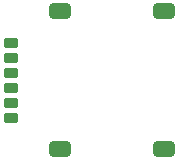
<source format=gbp>
%TF.GenerationSoftware,KiCad,Pcbnew,9.0.7*%
%TF.CreationDate,2026-02-07T20:34:06-05:00*%
%TF.ProjectId,USB-Cellular-Modem,5553422d-4365-46c6-9c75-6c61722d4d6f,V1.2*%
%TF.SameCoordinates,Original*%
%TF.FileFunction,Paste,Bot*%
%TF.FilePolarity,Positive*%
%FSLAX46Y46*%
G04 Gerber Fmt 4.6, Leading zero omitted, Abs format (unit mm)*
G04 Created by KiCad (PCBNEW 9.0.7) date 2026-02-07 20:34:06*
%MOMM*%
%LPD*%
G01*
G04 APERTURE LIST*
G04 Aperture macros list*
%AMRoundRect*
0 Rectangle with rounded corners*
0 $1 Rounding radius*
0 $2 $3 $4 $5 $6 $7 $8 $9 X,Y pos of 4 corners*
0 Add a 4 corners polygon primitive as box body*
4,1,4,$2,$3,$4,$5,$6,$7,$8,$9,$2,$3,0*
0 Add four circle primitives for the rounded corners*
1,1,$1+$1,$2,$3*
1,1,$1+$1,$4,$5*
1,1,$1+$1,$6,$7*
1,1,$1+$1,$8,$9*
0 Add four rect primitives between the rounded corners*
20,1,$1+$1,$2,$3,$4,$5,0*
20,1,$1+$1,$4,$5,$6,$7,0*
20,1,$1+$1,$6,$7,$8,$9,0*
20,1,$1+$1,$8,$9,$2,$3,0*%
G04 Aperture macros list end*
%ADD10RoundRect,0.225000X-0.375000X0.225000X-0.375000X-0.225000X0.375000X-0.225000X0.375000X0.225000X0*%
%ADD11RoundRect,0.250000X-0.650000X0.400000X-0.650000X-0.400000X0.650000X-0.400000X0.650000X0.400000X0*%
G04 APERTURE END LIST*
D10*
X38000000Y-43825000D03*
X38000000Y-46365000D03*
X38000000Y-48905000D03*
X38000000Y-45095000D03*
X38000000Y-47635000D03*
X38000000Y-50175000D03*
D11*
X50900000Y-41150000D03*
X42100000Y-41150000D03*
X50900000Y-52850000D03*
X42100000Y-52850000D03*
M02*

</source>
